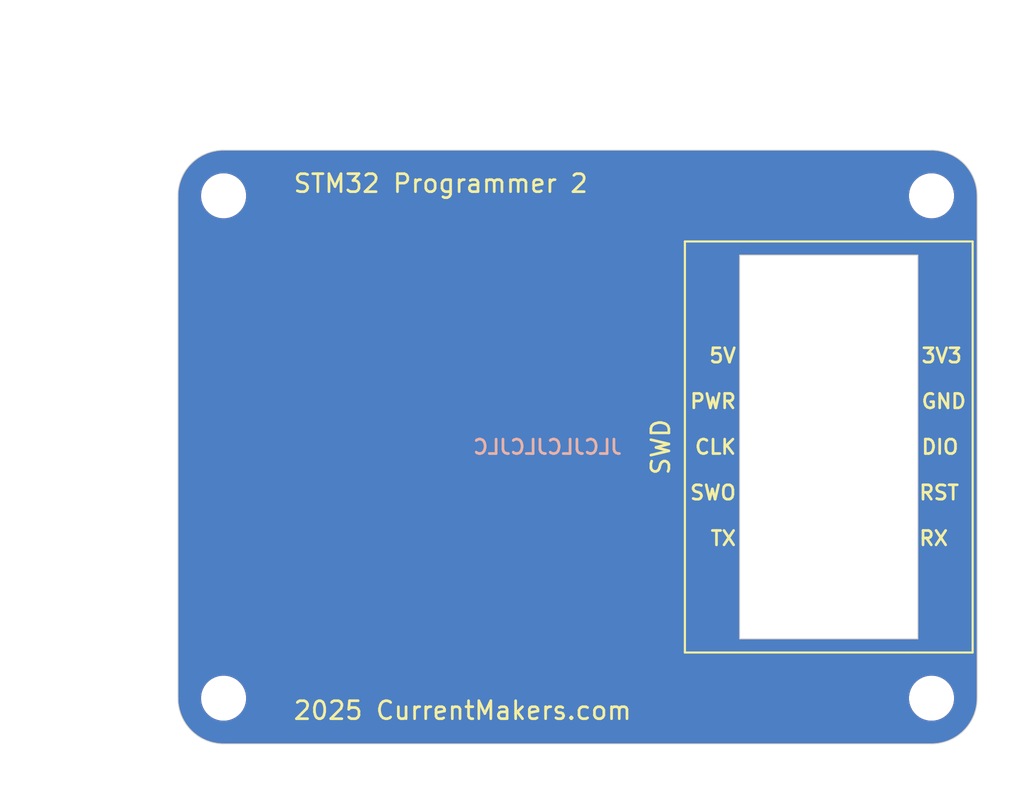
<source format=kicad_pcb>
(kicad_pcb (version 20241229) (generator "pcbnew") (generator_version "9.0")
  (title_block (title "${TITLE}") (rev "${REVISION}") (company "${COMPANY}") (comment 1 "${URL}") (comment 2 "${AUTHOR}") (comment 3 "${AUTHOR_EMAIL}"))
  (layers (0 "F.Cu" signal) (2 "B.Cu" signal) (13 "F.Paste" user) (15 "B.Paste" user) (5 "F.SilkS" user "F.Silkscreen") (7 "B.SilkS" user "B.Silkscreen") (1 "F.Mask" user) (3 "B.Mask" user) (25 "Edge.Cuts" user))
  (property "AUTHOR" "Lars Boegild Thomsen")
  (property "AUTHOR_EMAIL" "lth@stm32world.com")
  (property "COMPANY" "CurrentMakers.com")
  (property "REVISION" "a")
  (property "TITLE" "STM32 Programmer 2")
  (property "URL" "https://stm32world.com/wiki/DIY_STM32_Programmer_(ST-Link/V2-1)")
  (property "YEAR" "2025")
  (net 0 "")
  (footprint "MountingHole:MountingHole_2.2mm_M2" (layer "F.Cu") (at 104.14 102.87)
    (property "Reference" "H1" (hide yes))
    (property "Value" "MountingHole")
    (pad "" np_thru_hole circle (at 0 0) (size 2.2 2.2) (drill 2.2) (layers "*.Cu" "*.Mask"))
  )
  (footprint "MountingHole:MountingHole_2.2mm_M2" (layer "F.Cu") (at 104.14 74.93)
    (property "Reference" "H4" (hide yes))
    (property "Value" "MountingHole")
    (pad "" np_thru_hole circle (at 0 0) (size 2.2 2.2) (drill 2.2) (layers "*.Cu" "*.Mask"))
  )
  (footprint "MountingHole:MountingHole_2.2mm_M2" (layer "F.Cu") (at 143.51 74.93)
    (property "Reference" "H3" (hide yes))
    (property "Value" "MountingHole")
    (pad "" np_thru_hole circle (at 0 0) (size 2.2 2.2) (drill 2.2) (layers "*.Cu" "*.Mask"))
  )
  (footprint "MountingHole:MountingHole_2.2mm_M2" (layer "F.Cu") (at 143.51 102.87)
    (property "Reference" "H2" (hide yes))
    (property "Value" "MountingHole")
    (pad "" np_thru_hole circle (at 0 0) (size 2.2 2.2) (drill 2.2) (layers "*.Cu" "*.Mask"))
  )
  (gr_line (start 129.794 100.33) (end 142.24 100.33) (stroke (width 0.12)) (layer "F.SilkS"))
  (gr_line (start 142.24 77.47) (end 145.796 77.47) (stroke (width 0.12)) (layer "F.SilkS"))
  (gr_line (start 129.794 77.47) (end 142.24 77.47) (stroke (width 0.12)) (layer "F.SilkS"))
  (gr_line (start 145.796 100.33) (end 142.24 100.33) (stroke (width 0.12)) (layer "F.SilkS"))
  (gr_line (start 129.794 77.47) (end 129.794 100.33) (stroke (width 0.12)) (layer "F.SilkS"))
  (gr_line (start 145.796 77.47) (end 145.796 100.33) (stroke (width 0.12)) (layer "F.SilkS"))
  (gr_line (start 143.51 105.41) (end 104.14 105.41) (stroke (width 0.05)) (layer "Edge.Cuts"))
  (gr_arc (start 146.05 102.87) (mid 145.306051 104.666051) (end 143.51 105.41) (stroke (width 0.05)) (layer "Edge.Cuts"))
  (gr_line (start 132.842 78.232) (end 142.748 78.232) (stroke (width 0.05)) (layer "Edge.Cuts"))
  (gr_arc (start 143.51 72.39) (mid 145.306051 73.133949) (end 146.05 74.93) (stroke (width 0.05)) (layer "Edge.Cuts"))
  (gr_line (start 143.51 72.39) (end 104.14 72.39) (stroke (width 0.05)) (layer "Edge.Cuts"))
  (gr_line (start 142.748 99.568) (end 132.842 99.568) (stroke (width 0.05)) (layer "Edge.Cuts"))
  (gr_line (start 142.748 78.232) (end 142.748 99.568) (stroke (width 0.05)) (layer "Edge.Cuts"))
  (gr_line (start 101.6 74.93) (end 101.6 102.87) (stroke (width 0.05)) (layer "Edge.Cuts"))
  (gr_arc (start 104.14 105.41) (mid 102.343949 104.666051) (end 101.6 102.87) (stroke (width 0.05)) (layer "Edge.Cuts"))
  (gr_arc (start 101.6 74.93) (mid 102.343949 73.133949) (end 104.14 72.39) (stroke (width 0.05)) (layer "Edge.Cuts"))
  (gr_line (start 132.842 99.568) (end 132.842 78.232) (stroke (width 0.05)) (layer "Edge.Cuts"))
  (gr_line (start 146.05 74.93) (end 146.05 102.87) (stroke (width 0.05)) (layer "Edge.Cuts"))
  (gr_text "${TITLE}" (at 107.95 73.66 0) (layer "F.SilkS") (effects (font (size 1 1)) (justify left top)))
  (gr_text "CLK" (at 132.715 88.9 0) (layer "F.SilkS") (effects (font (size 0.8 0.8) (thickness 0.15) (bold yes)) (justify right)))
  (gr_text "SWO" (at 132.715 91.44 0) (layer "F.SilkS") (effects (font (size 0.8 0.8) (thickness 0.15) (bold yes)) (justify right)))
  (gr_text "5V" (at 132.715 83.82 0) (layer "F.SilkS") (effects (font (size 0.8 0.8) (thickness 0.15) (bold yes)) (justify right)))
  (gr_text "RX" (at 142.748 93.98 0) (layer "F.SilkS") (effects (font (size 0.8 0.8) (thickness 0.15) (bold yes)) (justify left)))
  (gr_text "RST" (at 142.748 91.44 0) (layer "F.SilkS") (effects (font (size 0.8 0.8) (thickness 0.15) (bold yes)) (justify left)))
  (gr_text "SWD" (at 129.032 88.9 90) (layer "F.SilkS") (effects (font (size 1 1)) (justify bottom)))
  (gr_text "${YEAR} ${COMPANY}" (at 107.95 104.14 0) (layer "F.SilkS") (effects (font (size 1 1)) (justify left bottom)))
  (gr_text "GND" (at 142.875 86.36 0) (layer "F.SilkS") (effects (font (size 0.8 0.8) (thickness 0.15) (bold yes)) (justify left)))
  (gr_text "DIO" (at 142.875 88.9 0) (layer "F.SilkS") (effects (font (size 0.8 0.8) (thickness 0.15) (bold yes)) (justify left)))
  (gr_text "PWR" (at 132.715 86.36 0) (layer "F.SilkS") (effects (font (size 0.8 0.8) (thickness 0.15) (bold yes)) (justify right)))
  (gr_text "3V3" (at 142.875 83.82 0) (layer "F.SilkS") (effects (font (size 0.8 0.8) (thickness 0.15) (bold yes)) (justify left)))
  (gr_text "TX" (at 132.715 93.98 0) (layer "F.SilkS") (effects (font (size 0.8 0.8) (thickness 0.15) (bold yes)) (justify right)))
  (gr_text "JLCJLCJLCJLC" (at 126.365 88.9 0) (layer "B.SilkS") (effects (font (size 0.8 0.8) (thickness 0.15) (bold yes)) (justify left mirror)))
  (zone (net 0) (net_name "") (layers "F.Cu" "B.Cu") (connect_pads (clearance 0.1524)) (min_thickness 0.1524) (fill yes (thermal_gap 0.1524) (thermal_bridge_width 0.3048) (island_removal_mode 1) (island_area_min 10))
    (polygon (pts (xy 147.32 106.68) (xy 100.33 106.68) (xy 100.33 71.12) (xy 147.32 71.12)))
  )
)
</source>
